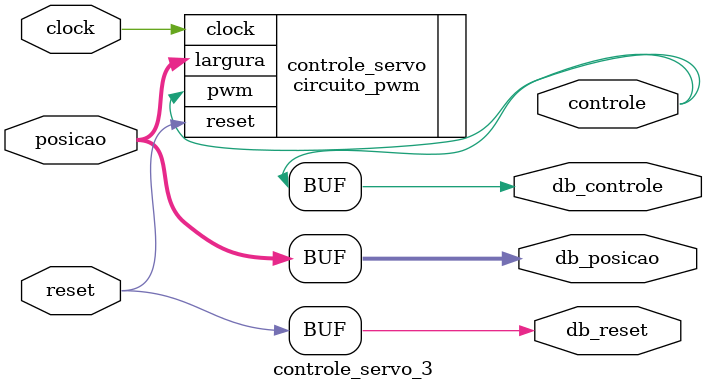
<source format=v>
module controle_servo_3 (
    input wire clock,
    input wire reset,
    input wire [2:0] posicao,
    output wire controle,
    output wire db_reset,
    output wire [2:0] db_posicao,
    output wire db_controle
);

      // 50.000 -> 0°
      // 100.000 -> 180°

      circuito_pwm #(           
        .conf_periodo (1000000), // 20ms = 20ms / 2ns = 1000000 
        .largura_000  (55556),   // 20° => (100.000-50.000)/180° * 20° + 50.000 = 55.556
        .largura_001  (61111),   // 40° => (100.000-50.000)/180° * 40° + 50.000 = 61.111
        .largura_010  (66667),   // 60° => (100.000-50.000)/180° * 60° + 50.000 = 66.667
        .largura_011  (72222),   // 80° => (100.000-50.000)/180° * 80° + 50.000 = 72.222
        .largura_100  (77778),   // 100° => (100.000-50.000)/180° * 100° + 50.000 = 77.778
        .largura_101  (83333),   // 120° => (100.000-50.000)/180° * 120° + 50.000 = 83.333
        .largura_110  (88889),   // 140° => (100.000-50.000)/180° * 140° + 50.000 = 88.889
        .largura_111  (94444)    // 160° => (100.000-50.000)/180° * 160° + 50.000 = 94.444

      ) controle_servo (
        .clock   (clock   ),
        .reset   (reset   ),
        .largura (posicao ),
        .pwm     (controle)
    );

    assign db_reset = reset;
    assign db_posicao = posicao;
    assign db_controle = controle;

endmodule
</source>
